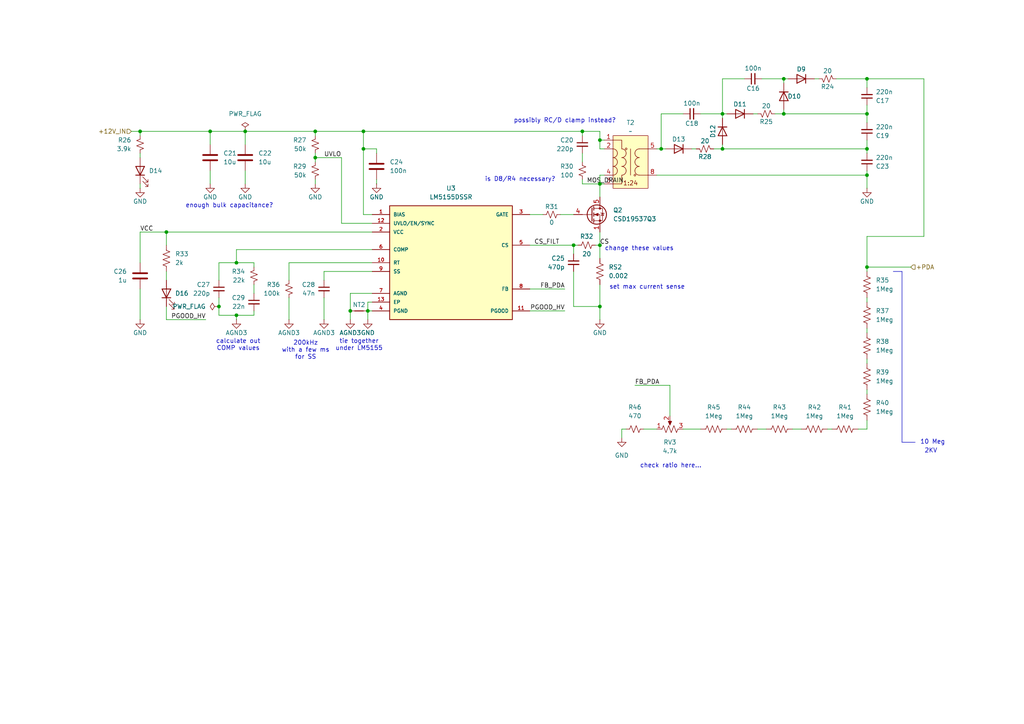
<source format=kicad_sch>
(kicad_sch (version 20250114) (generator "eeschema") (generator_version "9.0")
  (paper "A4")
  (lib_symbols
    (symbol "Device:C" (pin_numbers (hide yes)) (pin_names (offset 0.254))
      (property "Reference" "C" (at 0.635 2.54 0))
      (property "Value" "C" (at 0.635 -2.54 0))
      (symbol "C_0_1"
        (polyline (pts (xy -2.032 0.762) (xy 2.032 0.762)) (stroke (width 0.508)))
        (polyline (pts (xy -2.032 -0.762) (xy 2.032 -0.762)) (stroke (width 0.508)))
      )
      (symbol "C_1_1"
        (pin passive line (at 0 3.81 270) (length 2.794) (name "~") (number "1"))
        (pin passive line (at 0 -3.81 90) (length 2.794) (name "~") (number "2"))
      )
    )
    (symbol "Device:C_Small" (pin_numbers (hide yes)) (pin_names (offset 0.254) (hide yes))
      (property "Reference" "C" (at 0.254 1.778 0))
      (property "Value" "C_Small" (at 0.254 -2.032 0))
      (symbol "C_Small_0_1"
        (polyline (pts (xy -1.524 0.508) (xy 1.524 0.508)) (stroke (width 0.3048)))
        (polyline (pts (xy -1.524 -0.508) (xy 1.524 -0.508)) (stroke (width 0.3302)))
      )
      (symbol "C_Small_1_1"
        (pin passive line (at 0 2.54 270) (length 2.032) (name "~") (number "1"))
        (pin passive line (at 0 -2.54 90) (length 2.032) (name "~") (number "2"))
      )
    )
    (symbol "Device:D" (pin_numbers (hide yes)) (pin_names (offset 1.016) (hide yes))
      (property "Reference" "D" (at 0 2.54 0))
      (property "Value" "D" (at 0 -2.54 0))
      (symbol "D_0_1"
        (polyline (pts (xy -1.27 1.27) (xy -1.27 -1.27)) (stroke (width 0.254)))
        (polyline (pts (xy 1.27 1.27) (xy 1.27 -1.27) (xy -1.27 0) (xy 1.27 1.27)) (stroke (width 0.254)))
        (polyline (pts (xy 1.27 0) (xy -1.27 0)))
      )
      (symbol "D_1_1"
        (pin passive line (at -3.81 0 0) (length 2.54) (name "K") (number "1"))
        (pin passive line (at 3.81 0 180) (length 2.54) (name "A") (number "2"))
      )
    )
    (symbol "Device:LED" (pin_numbers (hide yes)) (pin_names (offset 1.016) (hide yes))
      (property "Reference" "D" (at 0 2.54 0))
      (property "Value" "LED" (at 0 -2.54 0))
      (symbol "LED_0_1"
        (polyline (pts (xy -3.048 -0.762) (xy -4.572 -2.286) (xy -3.81 -2.286) (xy -4.572 -2.286) (xy -4.572 -1.524)))
        (polyline (pts (xy -1.778 -0.762) (xy -3.302 -2.286) (xy -2.54 -2.286) (xy -3.302 -2.286) (xy -3.302 -1.524)))
        (polyline (pts (xy -1.27 0) (xy 1.27 0)))
        (polyline (pts (xy -1.27 -1.27) (xy -1.27 1.27)) (stroke (width 0.254)))
        (polyline (pts (xy 1.27 -1.27) (xy 1.27 1.27) (xy -1.27 0) (xy 1.27 -1.27)) (stroke (width 0.254)))
      )
      (symbol "LED_1_1"
        (pin passive line (at -3.81 0 0) (length 2.54) (name "K") (number "1"))
        (pin passive line (at 3.81 0 180) (length 2.54) (name "A") (number "2"))
      )
    )
    (symbol "Device:NetTie_2" (pin_numbers (hide yes)) (pin_names (offset 0) (hide yes)) (in_bom no)
      (property "Reference" "NT" (at 0 1.27 0))
      (property "Value" "NetTie_2" (at 0 -1.27 0))
      (symbol "NetTie_2_0_1"
        (polyline (pts (xy -1.27 0) (xy 1.27 0)) (stroke (width 0.254)))
      )
      (symbol "NetTie_2_1_1"
        (pin passive line (at -2.54 0 0) (length 2.54) (name "1") (number "1"))
        (pin passive line (at 2.54 0 180) (length 2.54) (name "2") (number "2"))
      )
    )
    (symbol "Device:R_Potentiometer_US" (pin_names (offset 1.016) (hide yes))
      (property "Reference" "RV" (at -4.445 0 90))
      (property "Value" "R_Potentiometer_US" (at -2.54 0 90))
      (symbol "R_Potentiometer_US_0_1"
        (polyline (pts (xy 0 2.54) (xy 0 2.286)))
        (polyline (pts (xy 0 2.286) (xy 1.016 1.905) (xy 0 1.524) (xy -1.016 1.143) (xy 0 0.762)))
        (polyline (pts (xy 0 0.762) (xy 1.016 0.381) (xy 0 0) (xy -1.016 -0.381) (xy 0 -0.762)))
        (polyline (pts (xy 0 -0.762) (xy 1.016 -1.143) (xy 0 -1.524) (xy -1.016 -1.905) (xy 0 -2.286)))
        (polyline (pts (xy 0 -2.286) (xy 0 -2.54)))
        (polyline (pts (xy 1.143 0) (xy 2.286 0.508) (xy 2.286 -0.508) (xy 1.143 0)) (fill (type outline)))
        (polyline (pts (xy 2.54 0) (xy 1.524 0)))
      )
      (symbol "R_Potentiometer_US_1_1"
        (pin passive line (at 0 3.81 270) (length 1.27) (name "1") (number "1"))
        (pin passive line (at 0 -3.81 90) (length 1.27) (name "3") (number "3"))
        (pin passive line (at 3.81 0 180) (length 1.27) (name "2") (number "2"))
      )
    )
    (symbol "Device:R_Small_US" (pin_numbers (hide yes)) (pin_names (offset 0.254) (hide yes))
      (property "Reference" "R" (at 0.762 0.508 0))
      (property "Value" "R_Small_US" (at 0.762 -1.016 0))
      (symbol "R_Small_US_1_1"
        (polyline (pts (xy 0 1.524) (xy 1.016 1.143) (xy 0 0.762) (xy -1.016 0.381) (xy 0 0)))
        (polyline (pts (xy 0 0) (xy 1.016 -0.381) (xy 0 -0.762) (xy -1.016 -1.143) (xy 0 -1.524)))
        (pin passive line (at 0 2.54 270) (length 1.016) (name "~") (number "1"))
        (pin passive line (at 0 -2.54 90) (length 1.016) (name "~") (number "2"))
      )
    )
    (symbol "Device:R_US" (pin_numbers (hide yes)) (pin_names (offset 0))
      (property "Reference" "R" (at 2.54 0 90))
      (property "Value" "R_US" (at -2.54 0 90))
      (symbol "R_US_0_1"
        (polyline (pts (xy 0 2.286) (xy 0 2.54)))
        (polyline (pts (xy 0 2.286) (xy 1.016 1.905) (xy 0 1.524) (xy -1.016 1.143) (xy 0 0.762)))
        (polyline (pts (xy 0 0.762) (xy 1.016 0.381) (xy 0 0) (xy -1.016 -0.381) (xy 0 -0.762)))
        (polyline (pts (xy 0 -0.762) (xy 1.016 -1.143) (xy 0 -1.524) (xy -1.016 -1.905) (xy 0 -2.286)))
        (polyline (pts (xy 0 -2.286) (xy 0 -2.54)))
      )
      (symbol "R_US_1_1"
        (pin passive line (at 0 3.81 270) (length 1.27) (name "~") (number "1"))
        (pin passive line (at 0 -3.81 90) (length 1.27) (name "~") (number "2"))
      )
    )
    (symbol "LM5155DSSR:LM5155DSSR" (pin_names (offset 1.016))
      (property "Reference" "U3" (at 0 20.32 0))
      (property "Value" "LM5155DSSR" (at 0 17.78 0))
      (symbol "LM5155DSSR_0_0"
        (rectangle (start -17.78 15.24) (end 17.78 -17.78) (stroke (width 0.254)) (fill (type background)))
        (pin power_in line (at -22.86 12.7 0) (length 5.08) (name "BIAS") (number "1"))
        (pin input line (at -22.86 10.16 0) (length 5.08) (name "UVLO/EN/SYNC") (number "12"))
        (pin output line (at -22.86 2.54 0) (length 5.08) (name "COMP") (number "6"))
        (pin input line (at -22.86 -1.27 0) (length 5.08) (name "RT") (number "10"))
        (pin input line (at -22.86 -3.81 0) (length 5.08) (name "SS") (number "9"))
        (pin power_in line (at -22.86 -10.16 0) (length 5.08) (name "AGND") (number "7"))
        (pin power_in line (at -22.86 -12.7 0) (length 5.08) (name "EP") (number "13"))
        (pin power_in line (at -22.86 -15.24 0) (length 5.08) (name "PGND") (number "4"))
        (pin output line (at 22.86 12.7 180) (length 5.08) (name "GATE") (number "3"))
        (pin input line (at 22.86 3.81 180) (length 5.08) (name "CS") (number "5"))
        (pin input line (at 22.86 -8.89 180) (length 5.08) (name "FB") (number "8"))
        (pin output line (at 22.86 -15.24 180) (length 5.08) (name "PGOOD") (number "11"))
      )
      (symbol "LM5155DSSR_1_0"
        (pin power_out line (at -22.86 7.62 0) (length 5.08) (name "VCC") (number "2"))
      )
    )
    (symbol "Transistor_FET:CSD19537Q3" (pin_names (hide yes))
      (property "Reference" "Q" (at 5.08 1.905 0))
      (property "Value" "CSD19537Q3" (at 5.08 0 0))
      (symbol "CSD19537Q3_0_1"
        (polyline (pts (xy 0.254 1.905) (xy 0.254 -1.905)) (stroke (width 0.254)))
        (polyline (pts (xy 0.254 0) (xy -2.54 0)))
        (polyline (pts (xy 0.762 2.286) (xy 0.762 1.27)) (stroke (width 0.254)))
        (polyline (pts (xy 0.762 0.508) (xy 0.762 -0.508)) (stroke (width 0.254)))
        (polyline (pts (xy 0.762 -1.27) (xy 0.762 -2.286)) (stroke (width 0.254)))
        (polyline (pts (xy 0.762 -1.778) (xy 3.302 -1.778) (xy 3.302 1.778) (xy 0.762 1.778)))
        (polyline (pts (xy 1.016 0) (xy 2.032 0.381) (xy 2.032 -0.381) (xy 1.016 0)) (fill (type outline)))
        (circle (center 1.651 0) (radius 2.794) (stroke (width 0.254)))
        (polyline (pts (xy 2.54 2.54) (xy 2.54 1.778)))
        (circle (center 2.54 1.778) (radius 0.254) (fill (type outline)))
        (circle (center 2.54 -1.778) (radius 0.254) (fill (type outline)))
        (polyline (pts (xy 2.54 -2.54) (xy 2.54 0) (xy 0.762 0)))
        (polyline (pts (xy 2.794 0.508) (xy 2.921 0.381) (xy 3.683 0.381) (xy 3.81 0.254)))
        (polyline (pts (xy 3.302 0.381) (xy 2.921 -0.254) (xy 3.683 -0.254) (xy 3.302 0.381)))
      )
      (symbol "CSD19537Q3_1_1"
        (pin passive line (at -5.08 0 0) (length 2.54) (name "G") (number "4"))
        (pin passive line (at 2.54 5.08 270) (length 2.54) (name "D") (number "5"))
        (pin passive line (at 2.54 -5.08 90) (length 2.54) (name "S") (number "1"))
        (pin passive line (at 2.54 -5.08 90) (length 2.54) (hide yes) (name "S") (number "2"))
        (pin passive line (at 2.54 -5.08 90) (length 2.54) (hide yes) (name "S") (number "3"))
      )
    )
    (symbol "coilcraft:NA5920-AL"
      (property "Reference" "T" (at -4.064 8.636 0))
      (symbol "NA5920-AL_0_1"
        (arc (start -3.8099 2.5399) (mid -4.1819 1.6419) (end -5.0799 1.2699))
        (arc (start -5.0799 3.8099) (mid -4.1819 3.4379) (end -3.8099 2.5399))
        (arc (start -3.8098 -0.0002) (mid -4.1818 -0.8982) (end -5.0798 -1.2702))
        (arc (start -5.0798 1.2698) (mid -4.1818 0.8978) (end -3.8098 -0.0002))
        (arc (start -3.8098 -2.5402) (mid -4.1818 -3.4382) (end -5.0798 -3.8102))
        (arc (start -5.0798 -1.2702) (mid -4.1818 -1.6422) (end -3.8098 -2.5402))
        (arc (start -1.27 2.54) (mid -1.642 1.642) (end -2.54 1.27))
        (arc (start -2.54 3.81) (mid -1.642 3.438) (end -1.27 2.54))
        (polyline (pts (xy -2.54 3.81) (xy -2.54 6.35) (xy -5.08 6.35)))
        (arc (start -1.2699 -0.0001) (mid -1.6419 -0.8981) (end -2.5399 -1.2701))
        (arc (start -2.5399 1.2699) (mid -1.6419 0.8979) (end -1.2699 -0.0001))
        (arc (start -1.2699 -2.5401) (mid -1.6419 -3.4381) (end -2.5399 -3.8101))
        (arc (start -2.5399 -1.2701) (mid -1.6419 -1.6421) (end -1.2699 -2.5401))
        (polyline (pts (xy -2.54 -3.81) (xy -2.54 -6.35) (xy -5.08 -6.35)))
        (circle (center -1.27 3.81) (radius 0.254))
        (polyline (pts (xy 0 3.81) (xy 0 -3.81)))
        (circle (center 1.27 -3.81) (radius 0.254))
        (polyline (pts (xy 2.54 3.81) (xy 5.08 3.81)))
        (arc (start 1.2698 2.5402) (mid 1.6418 3.4382) (end 2.5398 3.8102))
        (arc (start 2.5398 1.2702) (mid 1.6418 1.6422) (end 1.2698 2.5402))
        (arc (start 1.2698 0.0002) (mid 1.6418 0.8982) (end 2.5398 1.2702))
        (arc (start 2.5398 -1.2698) (mid 1.6418 -0.8978) (end 1.2698 0.0002))
        (arc (start 1.2699 -2.5399) (mid 1.6419 -1.6419) (end 2.5399 -1.2699))
        (arc (start 2.5399 -3.8099) (mid 1.6419 -3.4379) (end 1.2699 -2.5399))
        (polyline (pts (xy 2.54 -3.81) (xy 5.08 -3.81)))
      )
      (symbol "NA5920-AL_1_1"
        (rectangle (start -5.08 7.62) (end 5.08 -7.62) (fill (type background)))
        (text "1:24" (at 0 -6.096 0) (effects (font (size 1.27 1.27))))
        (pin passive line (at -7.62 6.35 0) (length 2.54) (name "") (number "1"))
        (pin passive line (at -7.62 3.81 0) (length 2.54) (name "") (number "2"))
        (pin passive line (at -7.62 -3.81 0) (length 2.54) (name "") (number "4"))
        (pin passive line (at -7.62 -6.35 0) (length 2.54) (name "") (number "3"))
        (pin passive line (at 7.62 3.81 180) (length 2.54) (name "") (number "5"))
        (pin passive line (at 7.62 -3.81 180) (length 2.54) (name "") (number "8"))
      )
    )
    (symbol "power:GND" (power) (pin_numbers (hide yes)) (pin_names (offset 0) (hide yes))
      (property "Value" "GND" (at 0 -3.81 0))
      (symbol "GND_0_1"
        (polyline (pts (xy 0 0) (xy 0 -1.27) (xy 1.27 -1.27) (xy 0 -2.54) (xy -1.27 -1.27) (xy 0 -1.27)))
      )
      (symbol "GND_1_1"
        (pin power_in line (at 0 0 270) (length 0) (name "~") (number "1"))
      )
    )
    (symbol "power:GNDA" (power) (pin_numbers (hide yes)) (pin_names (offset 0) (hide yes))
      (property "Value" "GNDA" (at 0 -3.81 0))
      (symbol "GNDA_0_1"
        (polyline (pts (xy 0 0) (xy 0 -1.27) (xy 1.27 -1.27) (xy 0 -2.54) (xy -1.27 -1.27) (xy 0 -1.27)))
      )
      (symbol "GNDA_1_1"
        (pin power_in line (at 0 0 270) (length 0) (name "~") (number "1"))
      )
    )
    (symbol "power:PWR_FLAG" (power) (pin_numbers (hide yes)) (pin_names (offset 0) (hide yes))
      (property "Value" "PWR_FLAG" (at 0 3.81 0))
      (symbol "PWR_FLAG_0_0"
        (pin power_out line (at 0 0 90) (length 0) (name "~") (number "1"))
      )
      (symbol "PWR_FLAG_0_1"
        (polyline (pts (xy 0 0) (xy 0 1.27) (xy -1.016 1.905) (xy 0 2.54) (xy 1.016 1.905) (xy 0 1.27)))
      )
    )
  )
  (text "check ratio here..." (at 194.564 135.128 0) (effects (font (size 1.27 1.27))))
  (text "2KV" (at 270.002 130.81 0) (effects (font (size 1.27 1.27))))
  (text "enough bulk capacitance?" (at 66.548 59.69 0) (effects (font (size 1.27 1.27))))
  (text "calculate out\nCOMP values" (at 69.088 100.076 0) (effects (font (size 1.27 1.27))))
  (text "is D8/R4 necessary?" (at 150.876 52.07 0) (effects (font (size 1.27 1.27))))
  (text "possibly RC/D clamp instead?" (at 163.83 35.052 0) (effects (font (size 1.27 1.27))))
  (text "10 Meg" (at 270.51 128.27 0) (effects (font (size 1.27 1.27))))
  (text "tie together\nunder LM5155" (at 104.14 100.076 0) (effects (font (size 1.27 1.27))))
  (text "change these values" (at 185.42 72.136 0) (effects (font (size 1.27 1.27))))
  (text "set max current sense" (at 187.706 83.312 0) (effects (font (size 1.27 1.27))))
  (text "200kHz\nwith a few ms\nfor SS" (at 88.646 101.6 0) (effects (font (size 1.27 1.27))))
  (junction (at 251.46 50.8))
  (junction (at 173.99 40.64))
  (junction (at 106.68 90.17))
  (junction (at 173.99 53.34))
  (junction (at 251.46 33.02))
  (junction (at 101.6 90.17))
  (junction (at 105.41 43.18))
  (junction (at 48.26 67.31))
  (junction (at 63.5 88.9))
  (junction (at 91.44 45.72))
  (junction (at 251.46 43.18))
  (junction (at 91.44 38.1))
  (junction (at 60.96 38.1))
  (junction (at 227.33 22.86))
  (junction (at 71.12 38.1))
  (junction (at 173.99 71.12))
  (junction (at 251.46 77.47))
  (junction (at 105.41 38.1))
  (junction (at 168.91 38.1))
  (junction (at 166.37 71.12))
  (junction (at 191.77 43.18))
  (junction (at 251.46 22.86))
  (junction (at 68.58 91.44))
  (junction (at 227.33 33.02))
  (junction (at 209.55 43.18))
  (junction (at 173.99 88.9))
  (junction (at 209.55 33.02))
  (junction (at 68.58 76.2))
  (junction (at 40.64 38.1))
  (wire (pts (xy 105.41 62.23) (xy 107.95 62.23)))
  (wire (pts (xy 198.12 124.46) (xy 203.2 124.46)))
  (wire (pts (xy 73.66 82.55) (xy 73.66 85.09)))
  (wire (pts (xy 172.72 71.12) (xy 173.99 71.12)))
  (wire (pts (xy 40.64 45.72) (xy 40.64 44.45)))
  (wire (pts (xy 251.46 44.45) (xy 251.46 43.18)))
  (wire (pts (xy 91.44 38.1) (xy 105.41 38.1)))
  (wire (pts (xy 107.95 87.63) (xy 106.68 87.63)))
  (wire (pts (xy 251.46 124.46) (xy 248.92 124.46)))
  (wire (pts (xy 251.46 68.58) (xy 251.46 77.47)))
  (polyline (pts (xy 259.08 78.74) (xy 261.62 78.74)))
  (wire (pts (xy 106.68 87.63) (xy 106.68 90.17)))
  (wire (pts (xy 60.96 38.1) (xy 71.12 38.1)))
  (wire (pts (xy 168.91 38.1) (xy 168.91 39.37)))
  (wire (pts (xy 109.22 44.45) (xy 109.22 43.18)))
  (wire (pts (xy 40.64 76.2) (xy 40.64 67.31)))
  (wire (pts (xy 267.97 22.86) (xy 267.97 68.58)))
  (wire (pts (xy 218.44 33.02) (xy 219.71 33.02)))
  (wire (pts (xy 40.64 53.34) (xy 40.64 54.61)))
  (wire (pts (xy 251.46 49.53) (xy 251.46 50.8)))
  (wire (pts (xy 106.68 90.17) (xy 106.68 92.71)))
  (wire (pts (xy 173.99 82.55) (xy 173.99 88.9)))
  (wire (pts (xy 109.22 43.18) (xy 105.41 43.18)))
  (wire (pts (xy 168.91 44.45) (xy 168.91 46.99)))
  (wire (pts (xy 191.77 43.18) (xy 191.77 33.02)))
  (wire (pts (xy 101.6 90.17) (xy 101.6 92.71)))
  (wire (pts (xy 173.99 53.34) (xy 173.99 50.8)))
  (wire (pts (xy 173.99 71.12) (xy 173.99 74.93)))
  (wire (pts (xy 227.33 22.86) (xy 227.33 24.13)))
  (polyline (pts (xy 261.62 128.27) (xy 265.43 128.27)))
  (polyline (pts (xy 261.62 128.27) (xy 261.62 78.74)))
  (wire (pts (xy 251.46 77.47) (xy 251.46 78.74)))
  (wire (pts (xy 109.22 52.07) (xy 109.22 53.34)))
  (wire (pts (xy 173.99 50.8) (xy 175.26 50.8)))
  (wire (pts (xy 240.03 124.46) (xy 241.3 124.46)))
  (wire (pts (xy 91.44 52.07) (xy 91.44 53.34)))
  (wire (pts (xy 251.46 22.86) (xy 267.97 22.86)))
  (wire (pts (xy 190.5 43.18) (xy 191.77 43.18)))
  (wire (pts (xy 166.37 71.12) (xy 166.37 73.66)))
  (wire (pts (xy 107.95 72.39) (xy 68.58 72.39)))
  (wire (pts (xy 107.95 90.17) (xy 106.68 90.17)))
  (wire (pts (xy 175.26 53.34) (xy 173.99 53.34)))
  (wire (pts (xy 173.99 88.9) (xy 173.99 92.71)))
  (wire (pts (xy 209.55 33.02) (xy 210.82 33.02)))
  (wire (pts (xy 153.67 90.17) (xy 163.83 90.17)))
  (wire (pts (xy 194.31 111.76) (xy 194.31 120.65)))
  (wire (pts (xy 184.15 111.76) (xy 194.31 111.76)))
  (wire (pts (xy 168.91 38.1) (xy 173.99 38.1)))
  (wire (pts (xy 220.98 22.86) (xy 227.33 22.86)))
  (wire (pts (xy 107.95 85.09) (xy 101.6 85.09)))
  (wire (pts (xy 73.66 90.17) (xy 73.66 91.44)))
  (wire (pts (xy 251.46 95.25) (xy 251.46 96.52)))
  (wire (pts (xy 168.91 53.34) (xy 173.99 53.34)))
  (wire (pts (xy 107.95 76.2) (xy 83.82 76.2)))
  (wire (pts (xy 40.64 39.37) (xy 40.64 38.1)))
  (wire (pts (xy 48.26 88.9) (xy 48.26 92.71)))
  (wire (pts (xy 173.99 40.64) (xy 173.99 43.18)))
  (wire (pts (xy 251.46 86.36) (xy 251.46 87.63)))
  (wire (pts (xy 105.41 38.1) (xy 105.41 43.18)))
  (wire (pts (xy 251.46 43.18) (xy 251.46 40.64)))
  (wire (pts (xy 101.6 85.09) (xy 101.6 90.17)))
  (wire (pts (xy 236.22 22.86) (xy 237.49 22.86)))
  (wire (pts (xy 40.64 38.1) (xy 60.96 38.1)))
  (wire (pts (xy 71.12 38.1) (xy 71.12 41.91)))
  (wire (pts (xy 200.66 43.18) (xy 201.93 43.18)))
  (wire (pts (xy 219.71 124.46) (xy 222.25 124.46)))
  (wire (pts (xy 71.12 49.53) (xy 71.12 53.34)))
  (wire (pts (xy 251.46 25.4) (xy 251.46 22.86)))
  (wire (pts (xy 68.58 91.44) (xy 68.58 92.71)))
  (wire (pts (xy 209.55 22.86) (xy 215.9 22.86)))
  (wire (pts (xy 63.5 81.28) (xy 63.5 76.2)))
  (wire (pts (xy 153.67 71.12) (xy 166.37 71.12)))
  (wire (pts (xy 251.46 113.03) (xy 251.46 114.3)))
  (wire (pts (xy 91.44 38.1) (xy 91.44 39.37)))
  (wire (pts (xy 229.87 124.46) (xy 232.41 124.46)))
  (wire (pts (xy 73.66 76.2) (xy 73.66 77.47)))
  (wire (pts (xy 107.95 78.74) (xy 93.98 78.74)))
  (wire (pts (xy 203.2 33.02) (xy 209.55 33.02)))
  (wire (pts (xy 91.44 44.45) (xy 91.44 45.72)))
  (wire (pts (xy 166.37 78.74) (xy 166.37 88.9)))
  (wire (pts (xy 153.67 83.82) (xy 163.83 83.82)))
  (wire (pts (xy 48.26 78.74) (xy 48.26 81.28)))
  (wire (pts (xy 227.33 22.86) (xy 228.6 22.86)))
  (wire (pts (xy 83.82 76.2) (xy 83.82 81.28)))
  (wire (pts (xy 91.44 45.72) (xy 99.06 45.72)))
  (wire (pts (xy 38.1 38.1) (xy 40.64 38.1)))
  (wire (pts (xy 162.56 62.23) (xy 166.37 62.23)))
  (wire (pts (xy 209.55 33.02) (xy 209.55 22.86)))
  (wire (pts (xy 68.58 72.39) (xy 68.58 76.2)))
  (wire (pts (xy 191.77 43.18) (xy 193.04 43.18)))
  (wire (pts (xy 267.97 68.58) (xy 251.46 68.58)))
  (wire (pts (xy 227.33 33.02) (xy 251.46 33.02)))
  (wire (pts (xy 251.46 50.8) (xy 251.46 54.61)))
  (wire (pts (xy 40.64 83.82) (xy 40.64 92.71)))
  (wire (pts (xy 93.98 86.36) (xy 93.98 92.71)))
  (wire (pts (xy 224.79 33.02) (xy 227.33 33.02)))
  (wire (pts (xy 173.99 53.34) (xy 173.99 57.15)))
  (wire (pts (xy 173.99 38.1) (xy 173.99 40.64)))
  (wire (pts (xy 251.46 104.14) (xy 251.46 105.41)))
  (wire (pts (xy 168.91 52.07) (xy 168.91 53.34)))
  (wire (pts (xy 173.99 67.31) (xy 173.99 71.12)))
  (wire (pts (xy 63.5 86.36) (xy 63.5 88.9)))
  (wire (pts (xy 180.34 127) (xy 180.34 124.46)))
  (wire (pts (xy 190.5 50.8) (xy 251.46 50.8)))
  (wire (pts (xy 251.46 33.02) (xy 251.46 30.48)))
  (wire (pts (xy 48.26 67.31) (xy 48.26 71.12)))
  (wire (pts (xy 209.55 43.18) (xy 251.46 43.18)))
  (wire (pts (xy 191.77 33.02) (xy 198.12 33.02)))
  (wire (pts (xy 251.46 35.56) (xy 251.46 33.02)))
  (wire (pts (xy 166.37 71.12) (xy 167.64 71.12)))
  (wire (pts (xy 251.46 121.92) (xy 251.46 124.46)))
  (wire (pts (xy 63.5 88.9) (xy 63.5 91.44)))
  (wire (pts (xy 91.44 45.72) (xy 91.44 46.99)))
  (wire (pts (xy 166.37 88.9) (xy 173.99 88.9)))
  (wire (pts (xy 68.58 76.2) (xy 73.66 76.2)))
  (wire (pts (xy 207.01 43.18) (xy 209.55 43.18)))
  (wire (pts (xy 251.46 77.47) (xy 264.16 77.47)))
  (wire (pts (xy 99.06 64.77) (xy 107.95 64.77)))
  (wire (pts (xy 60.96 49.53) (xy 60.96 53.34)))
  (wire (pts (xy 71.12 38.1) (xy 91.44 38.1)))
  (wire (pts (xy 48.26 67.31) (xy 107.95 67.31)))
  (wire (pts (xy 40.64 67.31) (xy 48.26 67.31)))
  (wire (pts (xy 105.41 38.1) (xy 168.91 38.1)))
  (wire (pts (xy 173.99 40.64) (xy 175.26 40.64)))
  (wire (pts (xy 68.58 91.44) (xy 73.66 91.44)))
  (wire (pts (xy 83.82 86.36) (xy 83.82 92.71)))
  (wire (pts (xy 93.98 78.74) (xy 93.98 81.28)))
  (wire (pts (xy 48.26 92.71) (xy 59.69 92.71)))
  (wire (pts (xy 173.99 43.18) (xy 175.26 43.18)))
  (wire (pts (xy 242.57 22.86) (xy 251.46 22.86)))
  (wire (pts (xy 105.41 43.18) (xy 105.41 62.23)))
  (wire (pts (xy 63.5 76.2) (xy 68.58 76.2)))
  (wire (pts (xy 209.55 34.29) (xy 209.55 33.02)))
  (wire (pts (xy 153.67 62.23) (xy 157.48 62.23)))
  (wire (pts (xy 60.96 38.1) (xy 60.96 41.91)))
  (wire (pts (xy 186.69 124.46) (xy 190.5 124.46)))
  (wire (pts (xy 99.06 45.72) (xy 99.06 64.77)))
  (wire (pts (xy 227.33 33.02) (xy 227.33 31.75)))
  (wire (pts (xy 63.5 91.44) (xy 68.58 91.44)))
  (wire (pts (xy 209.55 43.18) (xy 209.55 41.91)))
  (wire (pts (xy 210.82 124.46) (xy 212.09 124.46)))
  (wire (pts (xy 180.34 124.46) (xy 181.61 124.46)))
  (label "VCC" (at 40.64 67.31 0))
  (label "PGOOD_HV" (at 163.83 90.17 180))
  (label "PGOOD_HV" (at 59.69 92.71 180))
  (label "CS" (at 173.99 71.12 0))
  (label "FB_PDA" (at 184.15 111.76 0))
  (label "MOS_DRAIN" (at 170.18 53.34 0))
  (label "CS_FILT" (at 154.94 71.12 0))
  (label "UVLO" (at 93.98 45.72 0))
  (label "FB_PDA" (at 163.83 83.82 180))
  (hierarchical_label "+12V_IN" (shape input) (at 38.1 38.1 180))
  (hierarchical_label "+PDA" (shape input) (at 264.16 77.47 0))
  (symbol (lib_id "power:PWR_FLAG") (at 71.12 38.1 0) (unit 1)
    (property "Reference" "#FLG03" (effects (hide yes)))
    (property "Value" "PWR_FLAG" (at 71.12 33.02 0))
    (property "Description" "Special symbol for telling ERC where power comes from" (effects (hide yes)))
  )
  (symbol (lib_id "Device:R_Small_US") (at 222.25 33.02 90) (mirror x) (unit 1)
    (property "Reference" "R25" (at 222.25 35.306 90))
    (property "Value" "20" (at 222.25 30.734 90))
    (property "Footprint" "Resistor_SMD:R_1206_3216Metric" (effects (hide yes)))
    (property "Description" "Resistor, small US symbol" (effects (hide yes)))
  )
  (symbol (lib_id "Device:R_US") (at 245.11 124.46 90) (unit 1)
    (property "Reference" "R41" (at 245.11 118.11 90))
    (property "Value" "1Meg" (at 245.11 120.65 90))
    (property "Footprint" "Resistor_SMD:R_1206_3216Metric" (effects (hide yes)))
    (property "Description" "Resistor, US symbol" (effects (hide yes)))
  )
  (symbol (lib_id "Device:D") (at 196.85 43.18 180) (unit 1)
    (property "Reference" "D13" (at 196.85 40.386 0))
    (property "Value" "D" (effects (hide yes)))
    (property "Footprint" "Diode_SMD:D_SMA" (effects (hide yes)))
    (property "Datasheet" "RS1M" (effects (hide yes)))
    (property "Description" "Diode" (effects (hide yes)))
    (property "Sim.Device" "D" (effects (hide yes)))
    (property "Sim.Pins" "1=K 2=A" (effects (hide yes)))
  )
  (symbol (lib_id "power:GND") (at 109.22 53.34 0) (unit 1)
    (property "Reference" "#PWR027" (effects (hide yes)))
    (property "Value" "GND" (at 109.22 57.15 0))
    (property "Description" "Power symbol creates a global label with name \"GND\" , ground" (effects (hide yes)))
  )
  (symbol (lib_id "Device:D") (at 209.55 38.1 270) (unit 1)
    (property "Reference" "D12" (at 206.756 38.1 0))
    (property "Value" "D" (effects (hide yes)))
    (property "Footprint" "Diode_SMD:D_SMA" (effects (hide yes)))
    (property "Datasheet" "RS1M" (effects (hide yes)))
    (property "Description" "Diode" (effects (hide yes)))
    (property "Sim.Device" "D" (effects (hide yes)))
    (property "Sim.Pins" "1=K 2=A" (effects (hide yes)))
  )
  (symbol (lib_id "Device:D") (at 214.63 33.02 180) (unit 1)
    (property "Reference" "D11" (at 214.63 30.226 0))
    (property "Value" "D" (effects (hide yes)))
    (property "Footprint" "Diode_SMD:D_SMA" (effects (hide yes)))
    (property "Datasheet" "RS1M" (effects (hide yes)))
    (property "Description" "Diode" (effects (hide yes)))
    (property "Sim.Device" "D" (effects (hide yes)))
    (property "Sim.Pins" "1=K 2=A" (effects (hide yes)))
  )
  (symbol (lib_id "power:GND") (at 60.96 53.34 0) (unit 1)
    (property "Reference" "#PWR024" (effects (hide yes)))
    (property "Value" "GND" (at 60.96 57.15 0))
    (property "Description" "Power symbol creates a global label with name \"GND\" , ground" (effects (hide yes)))
  )
  (symbol (lib_id "Device:R_Small_US") (at 91.44 41.91 0) (mirror y) (unit 1)
    (property "Reference" "R27" (at 88.9 40.6399 0) (effects (justify left)))
    (property "Value" "50k" (at 88.9 43.1799 0) (effects (justify left)))
    (property "Footprint" "Resistor_SMD:R_0603_1608Metric" (effects (hide yes)))
    (property "Description" "Resistor, small US symbol" (effects (hide yes)))
  )
  (symbol (lib_id "power:GND") (at 106.68 92.71 0) (unit 1)
    (property "Reference" "#PWR034" (effects (hide yes)))
    (property "Value" "GND" (at 106.68 96.52 0))
    (property "Description" "Power symbol creates a global label with name \"GND\" , ground" (effects (hide yes)))
  )
  (symbol (lib_id "Device:R_Small_US") (at 73.66 80.01 0) (mirror y) (unit 1)
    (property "Reference" "R34" (at 71.12 78.7399 0) (effects (justify left)))
    (property "Value" "22k" (at 71.12 81.2799 0) (effects (justify left)))
    (property "Footprint" "Resistor_SMD:R_0603_1608Metric" (effects (hide yes)))
    (property "Description" "Resistor, small US symbol" (effects (hide yes)))
  )
  (symbol (lib_id "Device:LED") (at 40.64 49.53 90) (unit 1)
    (property "Reference" "D14" (at 43.18 49.53 90) (effects (justify right)))
    (property "Value" "LED" (effects (hide yes)))
    (property "Footprint" "LED_SMD:LED_0603_1608Metric" (effects (hide yes)))
    (property "Description" "Light emitting diode" (effects (hide yes)))
    (property "Sim.Pins" "1=K 2=A" (effects (hide yes)))
  )
  (symbol (lib_id "Device:R_US") (at 207.01 124.46 90) (unit 1)
    (property "Reference" "R45" (at 207.01 118.11 90))
    (property "Value" "1Meg" (at 207.01 120.65 90))
    (property "Footprint" "Resistor_SMD:R_1206_3216Metric" (effects (hide yes)))
    (property "Description" "Resistor, US symbol" (effects (hide yes)))
  )
  (symbol (lib_id "coilcraft:NA5920-AL") (at 182.88 46.99 0) (unit 1)
    (property "Reference" "T2" (at 182.88 35.56 0))
    (property "Value" "~" (at 182.88 38.1 0))
    (property "Footprint" "coilcraft:NA5920-AL" (effects (hide yes)))
  )
  (symbol (lib_id "Device:R_US") (at 251.46 100.33 0) (unit 1)
    (property "Reference" "R38" (at 254 99.0599 0) (effects (justify left)))
    (property "Value" "1Meg" (at 254 101.5999 0) (effects (justify left)))
    (property "Footprint" "Resistor_SMD:R_1206_3216Metric" (effects (hide yes)))
    (property "Description" "Resistor, US symbol" (effects (hide yes)))
  )
  (symbol (lib_id "Device:R_US") (at 251.46 82.55 0) (unit 1)
    (property "Reference" "R35" (at 254 81.2799 0) (effects (justify left)))
    (property "Value" "1Meg" (at 254 83.8199 0) (effects (justify left)))
    (property "Footprint" "Resistor_SMD:R_1206_3216Metric" (effects (hide yes)))
    (property "Description" "Resistor, US symbol" (effects (hide yes)))
  )
  (symbol (lib_id "Device:R_Potentiometer_US") (at 194.31 124.46 90) (unit 1)
    (property "Reference" "RV3" (at 194.31 128.27 90))
    (property "Value" "4.7k" (at 194.31 130.81 90))
    (property "Footprint" "Potentiometer_THT:Potentiometer_Bourns_3296W_Vertical" (effects (hide yes)))
    (property "Description" "Potentiometer, US symbol" (effects (hide yes)))
  )
  (symbol (lib_id "Device:R_US") (at 251.46 91.44 0) (unit 1)
    (property "Reference" "R37" (at 254 90.1699 0) (effects (justify left)))
    (property "Value" "1Meg" (at 254 92.7099 0) (effects (justify left)))
    (property "Footprint" "Resistor_SMD:R_1206_3216Metric" (effects (hide yes)))
    (property "Description" "Resistor, US symbol" (effects (hide yes)))
  )
  (symbol (lib_id "Device:C_Small") (at 168.91 41.91 0) (unit 1)
    (property "Reference" "C20" (at 166.37 40.6462 0) (effects (justify right)))
    (property "Value" "220p" (at 166.37 43.1862 0) (effects (justify right)))
    (property "Footprint" "Capacitor_SMD:C_0603_1608Metric" (effects (hide yes)))
    (property "Description" "Unpolarized capacitor, small symbol" (effects (hide yes)))
  )
  (symbol (lib_id "power:GND") (at 40.64 54.61 0) (unit 1)
    (property "Reference" "#PWR028" (effects (hide yes)))
    (property "Value" "GND" (at 40.64 58.42 0))
    (property "Description" "Power symbol creates a global label with name \"GND\" , ground" (effects (hide yes)))
  )
  (symbol (lib_id "Device:R_Small_US") (at 184.15 124.46 90) (unit 1)
    (property "Reference" "R46" (at 184.15 118.11 90))
    (property "Value" "470" (at 184.15 120.65 90))
    (property "Footprint" "Resistor_SMD:R_0603_1608Metric" (effects (hide yes)))
    (property "Description" "Resistor, small US symbol" (effects (hide yes)))
  )
  (symbol (lib_id "Device:C") (at 60.96 45.72 0) (unit 1)
    (property "Reference" "C21" (at 64.77 44.4499 0) (effects (justify left)))
    (property "Value" "10u" (at 64.77 46.9899 0) (effects (justify left)))
    (property "Footprint" "Capacitor_SMD:C_0805_2012Metric" (effects (hide yes)))
    (property "Datasheet" "CL21A106KAYNNNE" (effects (hide yes)))
    (property "Description" "Unpolarized capacitor" (effects (hide yes)))
  )
  (symbol (lib_id "Device:R_US") (at 251.46 109.22 0) (unit 1)
    (property "Reference" "R39" (at 254 107.9499 0) (effects (justify left)))
    (property "Value" "1Meg" (at 254 110.4899 0) (effects (justify left)))
    (property "Footprint" "Resistor_SMD:R_1206_3216Metric" (effects (hide yes)))
    (property "Description" "Resistor, US symbol" (effects (hide yes)))
  )
  (symbol (lib_id "Device:C") (at 40.64 80.01 0) (mirror y) (unit 1)
    (property "Reference" "C26" (at 36.83 78.7399 0) (effects (justify left)))
    (property "Value" "1u" (at 36.83 81.2799 0) (effects (justify left)))
    (property "Footprint" "Capacitor_SMD:C_0603_1608Metric" (effects (hide yes)))
    (property "Description" "Unpolarized capacitor" (effects (hide yes)))
  )
  (symbol (lib_id "LM5155DSSR:LM5155DSSR") (at 130.81 74.93 0) (unit 1)
    (property "Reference" "U3" (at 130.81 54.61 0))
    (property "Value" "LM5155DSSR" (at 130.81 57.15 0))
    (property "Footprint" "LM5155:IC_LM5155DSSR" (effects (hide yes)))
    (property "MF" "Texas Instruments" (effects (hide yes)))
    (property "MAXIMUM_PACKAGE_HEIGHT" "0.8mm" (effects (hide yes)))
    (property "Package" "WSON-12 Texas Instruments" (effects (hide yes)))
    (property "Price" "None" (effects (hide yes)))
    (property "Check_prices" "https://www.snapeda.com/parts/LM5155DSSR/Texas+Instruments/view-part/?ref=eda" (effects (hide yes)))
    (property "STANDARD" "Manufacturer Recommendations" (effects (hide yes)))
    (property "PARTREV" "E" (effects (hide yes)))
    (property "SnapEDA_Link" "https://www.snapeda.com/parts/LM5155DSSR/Texas+Instruments/view-part/?ref=snap" (effects (hide yes)))
    (property "MP" "LM5155DSSR" (effects (hide yes)))
    (property "Description_1" "2.2-MHz wide VIN, 1.5-A MOSFET driver, non-synchronous boost controller" (effects (hide yes)))
    (property "Availability" "In Stock" (effects (hide yes)))
    (property "MANUFACTURER" "Texas Instruments" (effects (hide yes)))
  )
  (symbol (lib_id "power:GND") (at 180.34 127 0) (unit 1)
    (property "Reference" "#PWR036" (effects (hide yes)))
    (property "Value" "GND" (at 180.34 132.08 0))
    (property "Description" "Power symbol creates a global label with name \"GND\" , ground" (effects (hide yes)))
  )
  (symbol (lib_id "Device:C_Small") (at 251.46 46.99 0) (mirror x) (unit 1)
    (property "Reference" "C23" (at 254 48.2538 0) (effects (justify left)))
    (property "Value" "220n" (at 254 45.7138 0) (effects (justify left)))
    (property "Footprint" "Capacitor_SMD:C_2220_5750Metric" (effects (hide yes)))
    (property "Datasheet" "FV55X224K102EHG" (effects (hide yes)))
    (property "Description" "Unpolarized capacitor, small symbol" (effects (hide yes)))
  )
  (symbol (lib_id "Device:C_Small") (at 166.37 76.2 0) (mirror y) (unit 1)
    (property "Reference" "C25" (at 163.83 74.9362 0) (effects (justify left)))
    (property "Value" "470p" (at 163.83 77.4762 0) (effects (justify left)))
    (property "Footprint" "Capacitor_SMD:C_0603_1608Metric" (effects (hide yes)))
    (property "Description" "Unpolarized capacitor, small symbol" (effects (hide yes)))
  )
  (symbol (lib_id "power:GND") (at 71.12 53.34 0) (unit 1)
    (property "Reference" "#PWR025" (effects (hide yes)))
    (property "Value" "GND" (at 71.12 57.15 0))
    (property "Description" "Power symbol creates a global label with name \"GND\" , ground" (effects (hide yes)))
  )
  (symbol (lib_id "power:GNDA") (at 101.6 92.71 0) (unit 1)
    (property "Reference" "#PWR033" (effects (hide yes)))
    (property "Value" "AGND3" (at 101.6 96.52 0))
    (property "Description" "Power symbol creates a global label with name \"GNDA\" , analog ground" (effects (hide yes)))
  )
  (symbol (lib_id "Device:R_Small_US") (at 204.47 43.18 90) (mirror x) (unit 1)
    (property "Reference" "R28" (at 204.47 45.466 90))
    (property "Value" "20" (at 204.47 40.894 90))
    (property "Footprint" "Resistor_SMD:R_1206_3216Metric" (effects (hide yes)))
    (property "Description" "Resistor, small US symbol" (effects (hide yes)))
  )
  (symbol (lib_id "Device:C_Small") (at 93.98 83.82 0) (unit 1)
    (property "Reference" "C28" (at 91.44 82.5562 0) (effects (justify right)))
    (property "Value" "47n" (at 91.44 85.0962 0) (effects (justify right)))
    (property "Footprint" "Capacitor_SMD:C_0603_1608Metric" (effects (hide yes)))
    (property "Description" "Unpolarized capacitor, small symbol" (effects (hide yes)))
  )
  (symbol (lib_id "power:GNDA") (at 83.82 92.71 0) (unit 1)
    (property "Reference" "#PWR031" (effects (hide yes)))
    (property "Value" "AGND3" (at 83.82 96.52 0))
    (property "Description" "Power symbol creates a global label with name \"GNDA\" , analog ground" (effects (hide yes)))
  )
  (symbol (lib_id "Device:C_Small") (at 73.66 87.63 0) (unit 1)
    (property "Reference" "C29" (at 71.12 86.3662 0) (effects (justify right)))
    (property "Value" "22n" (at 71.12 88.9062 0) (effects (justify right)))
    (property "Footprint" "Capacitor_SMD:C_0603_1608Metric" (effects (hide yes)))
    (property "Description" "Unpolarized capacitor, small symbol" (effects (hide yes)))
  )
  (symbol (lib_id "Device:C_Small") (at 218.44 22.86 90) (mirror x) (unit 1)
    (property "Reference" "C16" (at 218.44 25.654 90))
    (property "Value" "100n" (at 218.44 19.812 90))
    (property "Footprint" "Capacitor_SMD:C_1812_4532Metric" (effects (hide yes)))
    (property "Description" "Unpolarized capacitor, small symbol" (effects (hide yes)))
  )
  (symbol (lib_id "Device:R_Small_US") (at 168.91 49.53 0) (unit 1)
    (property "Reference" "R30" (at 166.37 48.2599 0) (effects (justify right)))
    (property "Value" "100" (at 166.37 50.7999 0) (effects (justify right)))
    (property "Footprint" "Resistor_SMD:R_0603_1608Metric" (effects (hide yes)))
    (property "Description" "Resistor, small US symbol" (effects (hide yes)))
  )
  (symbol (lib_id "Device:C_Small") (at 200.66 33.02 90) (mirror x) (unit 1)
    (property "Reference" "C18" (at 200.66 35.814 90))
    (property "Value" "100n" (at 200.66 29.972 90))
    (property "Footprint" "Capacitor_SMD:C_1812_4532Metric" (effects (hide yes)))
    (property "Datasheet" "C1812X104K102T" (effects (hide yes)))
    (property "Description" "Unpolarized capacitor, small symbol" (effects (hide yes)))
  )
  (symbol (lib_id "Device:R_Small_US") (at 40.64 41.91 0) (mirror y) (unit 1)
    (property "Reference" "R26" (at 38.1 40.6399 0) (effects (justify left)))
    (property "Value" "3.9k" (at 38.1 43.1799 0) (effects (justify left)))
    (property "Footprint" "Resistor_SMD:R_0603_1608Metric" (effects (hide yes)))
    (property "Description" "Resistor, small US symbol" (effects (hide yes)))
  )
  (symbol (lib_id "power:PWR_FLAG") (at 63.5 88.9 90) (unit 1)
    (property "Reference" "#FLG010" (effects (hide yes)))
    (property "Value" "PWR_FLAG" (at 59.69 88.8999 90) (effects (justify left)))
    (property "Description" "Special symbol for telling ERC where power comes from" (effects (hide yes)))
  )
  (symbol (lib_id "power:GNDA") (at 93.98 92.71 0) (unit 1)
    (property "Reference" "#PWR032" (effects (hide yes)))
    (property "Value" "AGND3" (at 93.98 96.52 0))
    (property "Description" "Power symbol creates a global label with name \"GNDA\" , analog ground" (effects (hide yes)))
  )
  (symbol (lib_id "Device:R_US") (at 226.06 124.46 90) (unit 1)
    (property "Reference" "R43" (at 226.06 118.11 90))
    (property "Value" "1Meg" (at 226.06 120.65 90))
    (property "Footprint" "Resistor_SMD:R_1206_3216Metric" (effects (hide yes)))
    (property "Description" "Resistor, US symbol" (effects (hide yes)))
  )
  (symbol (lib_id "Device:C") (at 109.22 48.26 0) (unit 1)
    (property "Reference" "C24" (at 113.03 46.9899 0) (effects (justify left)))
    (property "Value" "100n" (at 113.03 49.5299 0) (effects (justify left)))
    (property "Footprint" "Capacitor_SMD:C_0603_1608Metric" (effects (hide yes)))
    (property "Description" "Unpolarized capacitor" (effects (hide yes)))
  )
  (symbol (lib_id "power:GND") (at 173.99 92.71 0) (unit 1)
    (property "Reference" "#PWR035" (effects (hide yes)))
    (property "Value" "GND" (at 173.99 96.52 0))
    (property "Description" "Power symbol creates a global label with name \"GND\" , ground" (effects (hide yes)))
  )
  (symbol (lib_id "Device:C_Small") (at 63.5 83.82 0) (unit 1)
    (property "Reference" "C27" (at 60.96 82.5562 0) (effects (justify right)))
    (property "Value" "220p" (at 60.96 85.0962 0) (effects (justify right)))
    (property "Footprint" "Capacitor_SMD:C_0603_1608Metric" (effects (hide yes)))
    (property "Description" "Unpolarized capacitor, small symbol" (effects (hide yes)))
  )
  (symbol (lib_id "Device:R_Small_US") (at 160.02 62.23 90) (unit 1)
    (property "Reference" "R31" (at 160.02 59.944 90))
    (property "Value" "0" (at 160.02 64.516 90))
    (property "Footprint" "Resistor_SMD:R_0603_1608Metric" (effects (hide yes)))
    (property "Description" "Resistor, small US symbol" (effects (hide yes)))
  )
  (symbol (lib_id "Device:R_US") (at 173.99 78.74 0) (unit 1)
    (property "Reference" "RS2" (at 176.53 77.4699 0) (effects (justify left)))
    (property "Value" "0.002" (at 176.53 80.0099 0) (effects (justify left)))
    (property "Footprint" "Resistor_SMD:R_1206_3216Metric" (effects (hide yes)))
    (property "Datasheet" "FMF06FTHR015-LH" (effects (hide yes)))
    (property "Description" "Resistor, US symbol" (effects (hide yes)))
  )
  (symbol (lib_id "Device:LED") (at 48.26 85.09 90) (unit 1)
    (property "Reference" "D16" (at 50.8 85.09 90) (effects (justify right)))
    (property "Value" "LED" (effects (hide yes)))
    (property "Footprint" "LED_SMD:LED_0603_1608Metric" (effects (hide yes)))
    (property "Description" "Light emitting diode" (effects (hide yes)))
    (property "Sim.Pins" "1=K 2=A" (effects (hide yes)))
  )
  (symbol (lib_id "Device:R_Small_US") (at 91.44 49.53 0) (mirror y) (unit 1)
    (property "Reference" "R29" (at 88.9 48.2599 0) (effects (justify left)))
    (property "Value" "50k" (at 88.9 50.7999 0) (effects (justify left)))
    (property "Footprint" "Resistor_SMD:R_0603_1608Metric" (effects (hide yes)))
    (property "Description" "Resistor, small US symbol" (effects (hide yes)))
  )
  (symbol (lib_id "Device:R_Small_US") (at 83.82 83.82 0) (mirror y) (unit 1)
    (property "Reference" "R36" (at 81.28 82.5499 0) (effects (justify left)))
    (property "Value" "100k" (at 81.28 85.0899 0) (effects (justify left)))
    (property "Footprint" "Resistor_SMD:R_0603_1608Metric" (effects (hide yes)))
    (property "Description" "Resistor, small US symbol" (effects (hide yes)))
  )
  (symbol (lib_id "Device:D") (at 227.33 27.94 270) (unit 1)
    (property "Reference" "D10" (at 230.378 27.94 90))
    (property "Value" "D" (effects (hide yes)))
    (property "Footprint" "Diode_SMD:D_SMA" (effects (hide yes)))
    (property "Datasheet" "RS1M" (effects (hide yes)))
    (property "Description" "Diode" (effects (hide yes)))
    (property "Sim.Device" "D" (effects (hide yes)))
    (property "Sim.Pins" "1=K 2=A" (effects (hide yes)))
  )
  (symbol (lib_id "Device:NetTie_2") (at 104.14 90.17 0) (unit 1) (in_bom no)
    (property "Reference" "NT2" (at 104.14 88.392 0))
    (property "Value" "NetTie_2" (effects (hide yes)))
    (property "Footprint" "NetTie:NetTie-2_SMD_Pad0.5mm" (effects (hide yes)))
    (property "Description" "Net tie, 2 pins" (effects (hide yes)))
  )
  (symbol (lib_id "Device:R_US") (at 236.22 124.46 90) (unit 1)
    (property "Reference" "R42" (at 236.22 118.11 90))
    (property "Value" "1Meg" (at 236.22 120.65 90))
    (property "Footprint" "Resistor_SMD:R_1206_3216Metric" (effects (hide yes)))
    (property "Description" "Resistor, US symbol" (effects (hide yes)))
  )
  (symbol (lib_id "Device:C") (at 71.12 45.72 0) (unit 1)
    (property "Reference" "C22" (at 74.93 44.4499 0) (effects (justify left)))
    (property "Value" "10u" (at 74.93 46.9899 0) (effects (justify left)))
    (property "Footprint" "Capacitor_SMD:C_0805_2012Metric" (effects (hide yes)))
    (property "Datasheet" "CL21A106KAYNNNE" (effects (hide yes)))
    (property "Description" "Unpolarized capacitor" (effects (hide yes)))
  )
  (symbol (lib_id "power:GND") (at 91.44 53.34 0) (unit 1)
    (property "Reference" "#PWR026" (effects (hide yes)))
    (property "Value" "GND" (at 91.44 57.15 0))
    (property "Description" "Power symbol creates a global label with name \"GND\" , ground" (effects (hide yes)))
  )
  (symbol (lib_id "power:GND") (at 251.46 54.61 0) (unit 1)
    (property "Reference" "#PWR053" (effects (hide yes)))
    (property "Value" "GND" (at 251.46 58.42 0))
    (property "Description" "Power symbol creates a global label with name \"GND\" , ground" (effects (hide yes)))
  )
  (symbol (lib_id "Device:C_Small") (at 251.46 38.1 0) (mirror x) (unit 1)
    (property "Reference" "C19" (at 254 39.3638 0) (effects (justify left)))
    (property "Value" "220n" (at 254 36.8238 0) (effects (justify left)))
    (property "Footprint" "Capacitor_SMD:C_2220_5750Metric" (effects (hide yes)))
    (property "Datasheet" "FV55X224K102EHG" (effects (hide yes)))
    (property "Description" "Unpolarized capacitor, small symbol" (effects (hide yes)))
  )
  (symbol (lib_id "Device:R_Small_US") (at 170.18 71.12 90) (unit 1)
    (property "Reference" "R32" (at 170.18 68.58 90))
    (property "Value" "20" (at 170.18 73.66 90))
    (property "Footprint" "Resistor_SMD:R_0603_1608Metric" (effects (hide yes)))
    (property "Description" "Resistor, small US symbol" (effects (hide yes)))
  )
  (symbol (lib_id "Device:R_US") (at 215.9 124.46 90) (unit 1)
    (property "Reference" "R44" (at 215.9 118.11 90))
    (property "Value" "1Meg" (at 215.9 120.65 90))
    (property "Footprint" "Resistor_SMD:R_1206_3216Metric" (effects (hide yes)))
    (property "Description" "Resistor, US symbol" (effects (hide yes)))
  )
  (symbol (lib_id "Device:C_Small") (at 251.46 27.94 0) (mirror x) (unit 1)
    (property "Reference" "C17" (at 254 29.2038 0) (effects (justify left)))
    (property "Value" "220n" (at 254 26.6638 0) (effects (justify left)))
    (property "Footprint" "Capacitor_SMD:C_2220_5750Metric" (effects (hide yes)))
    (property "Datasheet" "FV55X224K102EHG" (effects (hide yes)))
    (property "Description" "Unpolarized capacitor, small symbol" (effects (hide yes)))
  )
  (symbol (lib_id "Device:R_US") (at 48.26 74.93 0) (unit 1)
    (property "Reference" "R33" (at 50.8 73.6599 0) (effects (justify left)))
    (property "Value" "2k" (at 50.8 76.1999 0) (effects (justify left)))
    (property "Footprint" "Resistor_SMD:R_0603_1608Metric" (effects (hide yes)))
    (property "Description" "Resistor, US symbol" (effects (hide yes)))
  )
  (symbol (lib_id "Device:R_US") (at 251.46 118.11 0) (unit 1)
    (property "Reference" "R40" (at 254 116.8399 0) (effects (justify left)))
    (property "Value" "1Meg" (at 254 119.3799 0) (effects (justify left)))
    (property "Footprint" "Resistor_SMD:R_1206_3216Metric" (effects (hide yes)))
    (property "Description" "Resistor, US symbol" (effects (hide yes)))
  )
  (symbol (lib_id "power:GNDA") (at 68.58 92.71 0) (unit 1)
    (property "Reference" "#PWR030" (effects (hide yes)))
    (property "Value" "AGND3" (at 68.58 96.52 0))
    (property "Description" "Power symbol creates a global label with name \"GNDA\" , analog ground" (effects (hide yes)))
  )
  (symbol (lib_id "Device:D") (at 232.41 22.86 180) (unit 1)
    (property "Reference" "D9" (at 232.41 20.066 0))
    (property "Value" "D" (effects (hide yes)))
    (property "Footprint" "Diode_SMD:D_SMA" (effects (hide yes)))
    (property "Datasheet" "RS1M" (effects (hide yes)))
    (property "Description" "Diode" (effects (hide yes)))
    (property "Sim.Device" "D" (effects (hide yes)))
    (property "Sim.Pins" "1=K 2=A" (effects (hide yes)))
  )
  (symbol (lib_id "Device:R_Small_US") (at 240.03 22.86 90) (mirror x) (unit 1)
    (property "Reference" "R24" (at 240.03 25.146 90))
    (property "Value" "20" (at 240.03 20.574 90))
    (property "Footprint" "Resistor_SMD:R_1206_3216Metric" (effects (hide yes)))
    (property "Description" "Resistor, small US symbol" (effects (hide yes)))
  )
  (symbol (lib_id "Transistor_FET:CSD19537Q3") (at 171.45 62.23 0) (unit 1)
    (property "Reference" "Q2" (at 177.8 60.9599 0) (effects (justify left)))
    (property "Value" "CSD19537Q3" (at 177.8 63.4999 0) (effects (justify left)))
    (property "Footprint" "Package_SON:VSON-8_3.3x3.3mm_P0.65mm_NexFET" (effects (hide yes)))
    (property "Datasheet" "http://www.ti.com/lit/ds/symlink/csd19537q3.pdf" (effects (hide yes)))
    (property "Description" "50A Id, 100V Vds, NexFET N-Channel Power MOSFET, 13mOhm Ron, Qg Typ 16.0nC, VSON8 3.3x3.3mm" (effects (hide yes)))
  )
  (symbol (lib_id "power:GND") (at 40.64 92.71 0) (unit 1)
    (property "Reference" "#PWR029" (effects (hide yes)))
    (property "Value" "GND" (at 40.64 96.52 0))
    (property "Description" "Power symbol creates a global label with name \"GND\" , ground" (effects (hide yes)))
  )
)
</source>
